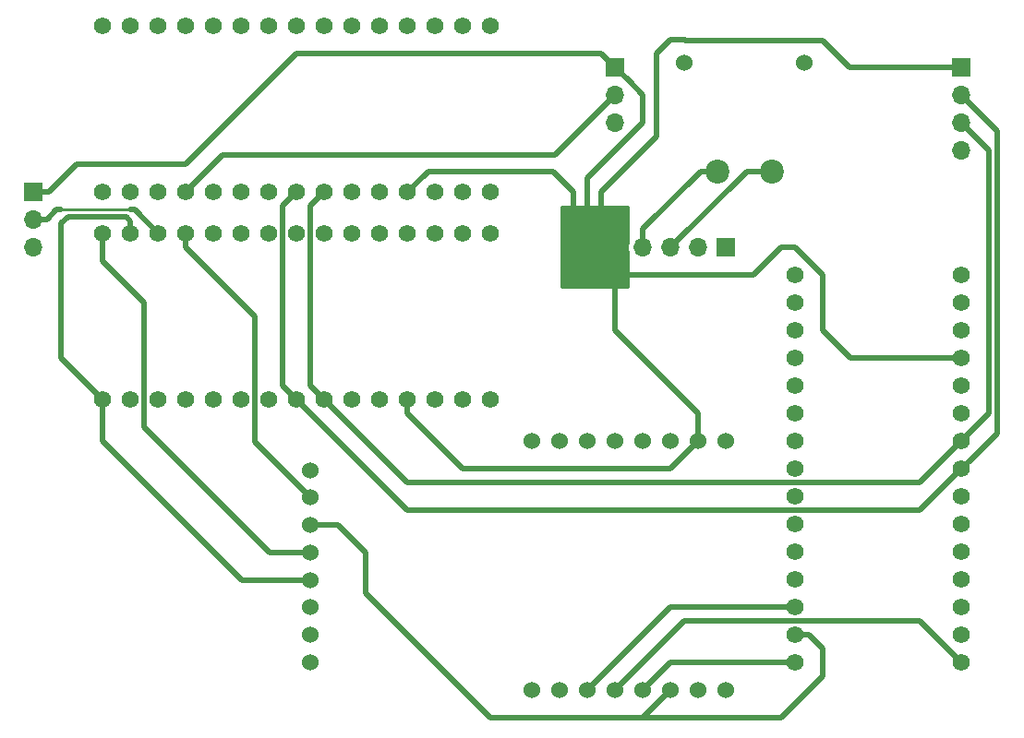
<source format=gbr>
G04 #@! TF.GenerationSoftware,KiCad,Pcbnew,(5.0.0)*
G04 #@! TF.CreationDate,2018-11-14T12:24:37-05:00*
G04 #@! TF.ProjectId,backdash,6261636B646173682E6B696361645F70,rev?*
G04 #@! TF.SameCoordinates,Original*
G04 #@! TF.FileFunction,Copper,L1,Top,Signal*
G04 #@! TF.FilePolarity,Positive*
%FSLAX46Y46*%
G04 Gerber Fmt 4.6, Leading zero omitted, Abs format (unit mm)*
G04 Created by KiCad (PCBNEW (5.0.0)) date 11/14/18 12:24:37*
%MOMM*%
%LPD*%
G01*
G04 APERTURE LIST*
G04 #@! TA.AperFunction,ComponentPad*
%ADD10O,1.700000X1.700000*%
G04 #@! TD*
G04 #@! TA.AperFunction,ComponentPad*
%ADD11R,1.700000X1.700000*%
G04 #@! TD*
G04 #@! TA.AperFunction,ComponentPad*
%ADD12C,1.574800*%
G04 #@! TD*
G04 #@! TA.AperFunction,ComponentPad*
%ADD13C,1.524000*%
G04 #@! TD*
G04 #@! TA.AperFunction,ComponentPad*
%ADD14C,2.200000*%
G04 #@! TD*
G04 #@! TA.AperFunction,Conductor*
%ADD15C,0.508000*%
G04 #@! TD*
G04 #@! TA.AperFunction,Conductor*
%ADD16C,0.250000*%
G04 #@! TD*
G04 #@! TA.AperFunction,Conductor*
%ADD17C,0.254000*%
G04 #@! TD*
G04 APERTURE END LIST*
D10*
G04 #@! TO.P,REF\002A\002A,3*
G04 #@! TO.N,/GND*
X165100000Y-44450000D03*
G04 #@! TO.P,REF\002A\002A,2*
G04 #@! TO.N,/D10*
X165100000Y-41910000D03*
D11*
G04 #@! TO.P,REF\002A\002A,1*
G04 #@! TO.N,/VCC*
X165100000Y-39370000D03*
G04 #@! TD*
D12*
G04 #@! TO.P,NANO1,30*
G04 #@! TO.N,Net-(NANO1-Pad30)*
X207010000Y-39370000D03*
G04 #@! TO.P,NANO1,1*
G04 #@! TO.N,Net-(NANO1-Pad1)*
X207010000Y-24130000D03*
G04 #@! TO.P,NANO1,29*
G04 #@! TO.N,/GND*
X204470000Y-39370000D03*
G04 #@! TO.P,NANO1,2*
G04 #@! TO.N,Net-(NANO1-Pad2)*
X204470000Y-24130000D03*
G04 #@! TO.P,NANO1,28*
G04 #@! TO.N,Net-(NANO1-Pad28)*
X201930000Y-39370000D03*
G04 #@! TO.P,NANO1,3*
G04 #@! TO.N,Net-(NANO1-Pad3)*
X201930000Y-24130000D03*
G04 #@! TO.P,NANO1,27*
G04 #@! TO.N,/VCC*
X199390000Y-39370000D03*
G04 #@! TO.P,NANO1,4*
G04 #@! TO.N,Net-(NANO1-Pad4)*
X199390000Y-24130000D03*
G04 #@! TO.P,NANO1,26*
G04 #@! TO.N,Net-(NANO1-Pad26)*
X196850000Y-39370000D03*
G04 #@! TO.P,NANO1,5*
G04 #@! TO.N,Net-(NANO1-Pad5)*
X196850000Y-24130000D03*
G04 #@! TO.P,NANO1,25*
G04 #@! TO.N,Net-(NANO1-Pad25)*
X194310000Y-39370000D03*
G04 #@! TO.P,NANO1,6*
G04 #@! TO.N,Net-(NANO1-Pad6)*
X194310000Y-24130000D03*
G04 #@! TO.P,NANO1,24*
G04 #@! TO.N,/A5*
X191770000Y-39370000D03*
G04 #@! TO.P,NANO1,7*
G04 #@! TO.N,Net-(NANO1-Pad7)*
X191770000Y-24130000D03*
G04 #@! TO.P,NANO1,23*
G04 #@! TO.N,/A4*
X189230000Y-39370000D03*
G04 #@! TO.P,NANO1,8*
G04 #@! TO.N,Net-(NANO1-Pad8)*
X189230000Y-24130000D03*
G04 #@! TO.P,NANO1,22*
G04 #@! TO.N,Net-(NANO1-Pad22)*
X186690000Y-39370000D03*
G04 #@! TO.P,NANO1,9*
G04 #@! TO.N,Net-(NANO1-Pad9)*
X186690000Y-24130000D03*
G04 #@! TO.P,NANO1,21*
G04 #@! TO.N,Net-(NANO1-Pad21)*
X184150000Y-39370000D03*
G04 #@! TO.P,NANO1,10*
G04 #@! TO.N,Net-(NANO1-Pad10)*
X184150000Y-24130000D03*
G04 #@! TO.P,NANO1,20*
G04 #@! TO.N,Net-(NANO1-Pad20)*
X181610000Y-39370000D03*
G04 #@! TO.P,NANO1,11*
G04 #@! TO.N,Net-(NANO1-Pad11)*
X181610000Y-24130000D03*
G04 #@! TO.P,NANO1,19*
G04 #@! TO.N,/A0*
X179070000Y-39370000D03*
G04 #@! TO.P,NANO1,12*
G04 #@! TO.N,Net-(NANO1-Pad12)*
X179070000Y-24130000D03*
G04 #@! TO.P,NANO1,18*
G04 #@! TO.N,Net-(NANO1-Pad18)*
X176530000Y-39370000D03*
G04 #@! TO.P,NANO1,13*
G04 #@! TO.N,Net-(NANO1-Pad13)*
X176530000Y-24130000D03*
G04 #@! TO.P,NANO1,17*
G04 #@! TO.N,Net-(NANO1-Pad17)*
X173990000Y-39370000D03*
G04 #@! TO.P,NANO1,14*
G04 #@! TO.N,Net-(NANO1-Pad14)*
X173990000Y-24130000D03*
G04 #@! TO.P,NANO1,16*
G04 #@! TO.N,Net-(NANO1-Pad16)*
X171450000Y-39370000D03*
G04 #@! TO.P,NANO1,15*
G04 #@! TO.N,Net-(NANO1-Pad15)*
X171450000Y-24130000D03*
G04 #@! TD*
G04 #@! TO.P,NANO3,15*
G04 #@! TO.N,/SDOcan*
X234950000Y-82550000D03*
G04 #@! TO.P,NANO3,16*
G04 #@! TO.N,/SCK*
X250190000Y-82550000D03*
G04 #@! TO.P,NANO3,14*
G04 #@! TO.N,/SDI*
X234950000Y-80010000D03*
G04 #@! TO.P,NANO3,17*
G04 #@! TO.N,Net-(NANO3-Pad17)*
X250190000Y-80010000D03*
G04 #@! TO.P,NANO3,13*
G04 #@! TO.N,/CScan*
X234950000Y-77470000D03*
G04 #@! TO.P,NANO3,18*
G04 #@! TO.N,Net-(NANO3-Pad18)*
X250190000Y-77470000D03*
G04 #@! TO.P,NANO3,12*
G04 #@! TO.N,Net-(NANO3-Pad12)*
X234950000Y-74930000D03*
G04 #@! TO.P,NANO3,19*
G04 #@! TO.N,Net-(NANO3-Pad19)*
X250190000Y-74930000D03*
G04 #@! TO.P,NANO3,11*
G04 #@! TO.N,Net-(NANO3-Pad11)*
X234950000Y-72390000D03*
G04 #@! TO.P,NANO3,20*
G04 #@! TO.N,Net-(NANO3-Pad20)*
X250190000Y-72390000D03*
G04 #@! TO.P,NANO3,10*
G04 #@! TO.N,Net-(NANO3-Pad10)*
X234950000Y-69850000D03*
G04 #@! TO.P,NANO3,21*
G04 #@! TO.N,Net-(NANO3-Pad21)*
X250190000Y-69850000D03*
G04 #@! TO.P,NANO3,9*
G04 #@! TO.N,Net-(NANO3-Pad9)*
X234950000Y-67310000D03*
G04 #@! TO.P,NANO3,22*
G04 #@! TO.N,Net-(NANO3-Pad22)*
X250190000Y-67310000D03*
G04 #@! TO.P,NANO3,8*
G04 #@! TO.N,Net-(NANO3-Pad8)*
X234950000Y-64770000D03*
G04 #@! TO.P,NANO3,23*
G04 #@! TO.N,/A4*
X250190000Y-64770000D03*
G04 #@! TO.P,NANO3,7*
G04 #@! TO.N,Net-(NANO3-Pad7)*
X234950000Y-62230000D03*
G04 #@! TO.P,NANO3,24*
G04 #@! TO.N,/A5*
X250190000Y-62230000D03*
G04 #@! TO.P,NANO3,6*
G04 #@! TO.N,Net-(NANO3-Pad6)*
X234950000Y-59690000D03*
G04 #@! TO.P,NANO3,25*
G04 #@! TO.N,Net-(NANO3-Pad25)*
X250190000Y-59690000D03*
G04 #@! TO.P,NANO3,5*
G04 #@! TO.N,Net-(NANO3-Pad5)*
X234950000Y-57150000D03*
G04 #@! TO.P,NANO3,26*
G04 #@! TO.N,Net-(NANO3-Pad26)*
X250190000Y-57150000D03*
G04 #@! TO.P,NANO3,4*
G04 #@! TO.N,Net-(NANO3-Pad4)*
X234950000Y-54610000D03*
G04 #@! TO.P,NANO3,27*
G04 #@! TO.N,/VCC*
X250190000Y-54610000D03*
G04 #@! TO.P,NANO3,3*
G04 #@! TO.N,Net-(NANO3-Pad3)*
X234950000Y-52070000D03*
G04 #@! TO.P,NANO3,28*
G04 #@! TO.N,Net-(NANO3-Pad28)*
X250190000Y-52070000D03*
G04 #@! TO.P,NANO3,2*
G04 #@! TO.N,Net-(NANO3-Pad2)*
X234950000Y-49530000D03*
G04 #@! TO.P,NANO3,29*
G04 #@! TO.N,/GND*
X250190000Y-49530000D03*
G04 #@! TO.P,NANO3,1*
G04 #@! TO.N,Net-(NANO3-Pad1)*
X234950000Y-46990000D03*
G04 #@! TO.P,NANO3,30*
G04 #@! TO.N,Net-(NANO3-Pad30)*
X250190000Y-46990000D03*
G04 #@! TD*
G04 #@! TO.P,NANO2,30*
G04 #@! TO.N,Net-(NANO2-Pad30)*
X207010000Y-58420000D03*
G04 #@! TO.P,NANO2,1*
G04 #@! TO.N,Net-(NANO2-Pad1)*
X207010000Y-43180000D03*
G04 #@! TO.P,NANO2,29*
G04 #@! TO.N,/GND*
X204470000Y-58420000D03*
G04 #@! TO.P,NANO2,2*
G04 #@! TO.N,Net-(NANO2-Pad2)*
X204470000Y-43180000D03*
G04 #@! TO.P,NANO2,28*
G04 #@! TO.N,Net-(NANO2-Pad28)*
X201930000Y-58420000D03*
G04 #@! TO.P,NANO2,3*
G04 #@! TO.N,Net-(NANO2-Pad3)*
X201930000Y-43180000D03*
G04 #@! TO.P,NANO2,27*
G04 #@! TO.N,/VCC*
X199390000Y-58420000D03*
G04 #@! TO.P,NANO2,4*
G04 #@! TO.N,Net-(NANO2-Pad4)*
X199390000Y-43180000D03*
G04 #@! TO.P,NANO2,26*
G04 #@! TO.N,Net-(NANO2-Pad26)*
X196850000Y-58420000D03*
G04 #@! TO.P,NANO2,5*
G04 #@! TO.N,Net-(NANO2-Pad5)*
X196850000Y-43180000D03*
G04 #@! TO.P,NANO2,25*
G04 #@! TO.N,Net-(NANO2-Pad25)*
X194310000Y-58420000D03*
G04 #@! TO.P,NANO2,6*
G04 #@! TO.N,Net-(NANO2-Pad6)*
X194310000Y-43180000D03*
G04 #@! TO.P,NANO2,24*
G04 #@! TO.N,/A5*
X191770000Y-58420000D03*
G04 #@! TO.P,NANO2,7*
G04 #@! TO.N,Net-(NANO2-Pad7)*
X191770000Y-43180000D03*
G04 #@! TO.P,NANO2,23*
G04 #@! TO.N,/A4*
X189230000Y-58420000D03*
G04 #@! TO.P,NANO2,8*
G04 #@! TO.N,Net-(NANO2-Pad8)*
X189230000Y-43180000D03*
G04 #@! TO.P,NANO2,22*
G04 #@! TO.N,Net-(NANO2-Pad22)*
X186690000Y-58420000D03*
G04 #@! TO.P,NANO2,9*
G04 #@! TO.N,Net-(NANO2-Pad9)*
X186690000Y-43180000D03*
G04 #@! TO.P,NANO2,21*
G04 #@! TO.N,Net-(NANO2-Pad21)*
X184150000Y-58420000D03*
G04 #@! TO.P,NANO2,10*
G04 #@! TO.N,Net-(NANO2-Pad10)*
X184150000Y-43180000D03*
G04 #@! TO.P,NANO2,20*
G04 #@! TO.N,Net-(NANO2-Pad20)*
X181610000Y-58420000D03*
G04 #@! TO.P,NANO2,11*
G04 #@! TO.N,Net-(NANO2-Pad11)*
X181610000Y-43180000D03*
G04 #@! TO.P,NANO2,19*
G04 #@! TO.N,Net-(NANO2-Pad19)*
X179070000Y-58420000D03*
G04 #@! TO.P,NANO2,12*
G04 #@! TO.N,/CSrtd*
X179070000Y-43180000D03*
G04 #@! TO.P,NANO2,18*
G04 #@! TO.N,Net-(NANO2-Pad18)*
X176530000Y-58420000D03*
G04 #@! TO.P,NANO2,13*
G04 #@! TO.N,/D10*
X176530000Y-43180000D03*
G04 #@! TO.P,NANO2,17*
G04 #@! TO.N,Net-(NANO2-Pad17)*
X173990000Y-58420000D03*
G04 #@! TO.P,NANO2,14*
G04 #@! TO.N,/CLK*
X173990000Y-43180000D03*
G04 #@! TO.P,NANO2,16*
X171450000Y-58420000D03*
G04 #@! TO.P,NANO2,15*
G04 #@! TO.N,/SDOrtd*
X171450000Y-43180000D03*
G04 #@! TD*
D10*
G04 #@! TO.P,BUCK1,5*
G04 #@! TO.N,/VCC*
X218440000Y-44450000D03*
G04 #@! TO.P,BUCK1,3*
G04 #@! TO.N,/IN*
X223520000Y-44450000D03*
D11*
G04 #@! TO.P,BUCK1,1*
G04 #@! TO.N,Net-(BUCK1-Pad1)*
X228600000Y-44450000D03*
D10*
G04 #@! TO.P,BUCK1,4*
G04 #@! TO.N,/GND*
X220980000Y-44450000D03*
G04 #@! TO.P,BUCK1,2*
G04 #@! TO.N,Net-(BUCK1-Pad2)*
X226060000Y-44450000D03*
G04 #@! TD*
D13*
G04 #@! TO.P,CAN1,8*
G04 #@! TO.N,Net-(CAN1-Pad8)*
X210820000Y-85090000D03*
G04 #@! TO.P,CAN1,7*
G04 #@! TO.N,Net-(CAN1-Pad7)*
X213360000Y-85090000D03*
G04 #@! TO.P,CAN1,6*
G04 #@! TO.N,/CScan*
X215900000Y-85090000D03*
G04 #@! TO.P,CAN1,5*
G04 #@! TO.N,/SCK*
X218440000Y-85090000D03*
G04 #@! TO.P,CAN1,4*
G04 #@! TO.N,/SDOcan*
X220980000Y-85090000D03*
G04 #@! TO.P,CAN1,3*
G04 #@! TO.N,/SDI*
X223520000Y-85090000D03*
G04 #@! TO.P,CAN1,2*
G04 #@! TO.N,/3V3*
X226060000Y-85090000D03*
G04 #@! TO.P,CAN1,1*
G04 #@! TO.N,Net-(CAN1-Pad1)*
X228600000Y-85090000D03*
G04 #@! TO.P,CAN1,9*
G04 #@! TO.N,Net-(CAN1-Pad9)*
X210820000Y-62230000D03*
G04 #@! TO.P,CAN1,10*
G04 #@! TO.N,Net-(CAN1-Pad10)*
X213360000Y-62230000D03*
G04 #@! TO.P,CAN1,11*
G04 #@! TO.N,Net-(CAN1-Pad11)*
X215900000Y-62230000D03*
G04 #@! TO.P,CAN1,12*
G04 #@! TO.N,Net-(CAN1-Pad12)*
X218440000Y-62230000D03*
G04 #@! TO.P,CAN1,13*
G04 #@! TO.N,Net-(CAN1-Pad13)*
X220980000Y-62230000D03*
G04 #@! TO.P,CAN1,14*
G04 #@! TO.N,Net-(CAN1-Pad14)*
X223520000Y-62230000D03*
G04 #@! TO.P,CAN1,15*
G04 #@! TO.N,/VCC*
X226060000Y-62230000D03*
G04 #@! TO.P,CAN1,16*
G04 #@! TO.N,/GND*
X228600000Y-62230000D03*
G04 #@! TD*
G04 #@! TO.P,RTD1,1*
G04 #@! TO.N,/VIN*
X190500000Y-82550000D03*
G04 #@! TO.P,RTD1,2*
G04 #@! TO.N,/GND*
X190500000Y-80030000D03*
G04 #@! TO.P,RTD1,3*
G04 #@! TO.N,Net-(RTD1-Pad3)*
X190500000Y-77510000D03*
G04 #@! TO.P,RTD1,4*
G04 #@! TO.N,/CLK*
X190500000Y-74990000D03*
G04 #@! TO.P,RTD1,5*
G04 #@! TO.N,/SDOrtd*
X190500000Y-72470000D03*
G04 #@! TO.P,RTD1,6*
G04 #@! TO.N,/SDI*
X190500000Y-69950000D03*
G04 #@! TO.P,RTD1,7*
G04 #@! TO.N,/CSrtd*
X190500000Y-67430000D03*
G04 #@! TO.P,RTD1,8*
G04 #@! TO.N,Net-(RTD1-Pad8)*
X190500000Y-64910000D03*
G04 #@! TD*
D11*
G04 #@! TO.P,REF\002A\002A,1*
G04 #@! TO.N,/VCC*
X218440000Y-27940000D03*
D10*
G04 #@! TO.P,REF\002A\002A,2*
G04 #@! TO.N,/A0*
X218440000Y-30480000D03*
G04 #@! TO.P,REF\002A\002A,3*
G04 #@! TO.N,/GND*
X218440000Y-33020000D03*
G04 #@! TD*
D11*
G04 #@! TO.P,REF\002A\002A,1*
G04 #@! TO.N,/VCC*
X250190000Y-27940000D03*
D10*
G04 #@! TO.P,REF\002A\002A,2*
G04 #@! TO.N,/A4*
X250190000Y-30480000D03*
G04 #@! TO.P,REF\002A\002A,3*
G04 #@! TO.N,/A5*
X250190000Y-33020000D03*
G04 #@! TO.P,REF\002A\002A,4*
G04 #@! TO.N,/GND*
X250190000Y-35560000D03*
G04 #@! TD*
D14*
G04 #@! TO.P,REF\002A\002A,2*
G04 #@! TO.N,/IN*
X232790000Y-37500000D03*
G04 #@! TO.P,REF\002A\002A,1*
G04 #@! TO.N,/GND*
X227790000Y-37500000D03*
D13*
G04 #@! TO.P,REF\002A\002A,3*
G04 #@! TO.N,N/C*
X235790000Y-27500000D03*
G04 #@! TO.P,REF\002A\002A,4*
X224790000Y-27500000D03*
G04 #@! TD*
D15*
G04 #@! TO.N,/GND*
X220980000Y-43247919D02*
X220980000Y-44450000D01*
X220980000Y-42754366D02*
X220980000Y-43247919D01*
X226234366Y-37500000D02*
X220980000Y-42754366D01*
X227790000Y-37500000D02*
X226234366Y-37500000D01*
G04 #@! TO.N,/VCC*
X217170000Y-43180000D02*
X218440000Y-44450000D01*
X199390000Y-59690000D02*
X199390000Y-58420000D01*
X204470000Y-64770000D02*
X199390000Y-59690000D01*
X223520000Y-64770000D02*
X204470000Y-64770000D01*
X217170000Y-41910000D02*
X217170000Y-43180000D01*
X218440000Y-41910000D02*
X218440000Y-44450000D01*
X223520000Y-64770000D02*
X226060000Y-62230000D01*
X226060000Y-59690000D02*
X226060000Y-62230000D01*
X218440000Y-52070000D02*
X226060000Y-59690000D01*
X218440000Y-46990000D02*
X218440000Y-52070000D01*
X231140000Y-46990000D02*
X218440000Y-46990000D01*
X233680000Y-44450000D02*
X231140000Y-46990000D01*
X218440000Y-27940000D02*
X219744001Y-29244001D01*
X219744001Y-29244001D02*
X220980000Y-30480000D01*
X220980000Y-30480000D02*
X220980000Y-33020000D01*
X220980000Y-33020000D02*
X215900000Y-38100000D01*
X215900000Y-38100000D02*
X215900000Y-41910000D01*
X247650000Y-27940000D02*
X241300000Y-27940000D01*
X239942000Y-27940000D02*
X237490000Y-25488000D01*
X241300000Y-27940000D02*
X239942000Y-27940000D01*
X237490000Y-25488000D02*
X224878000Y-25488000D01*
X224878000Y-25488000D02*
X224790000Y-25400000D01*
X224790000Y-25400000D02*
X223520000Y-25400000D01*
X223520000Y-25400000D02*
X222250000Y-26670000D01*
X222250000Y-26670000D02*
X222250000Y-34290000D01*
X222250000Y-34290000D02*
X218440000Y-38100000D01*
X218440000Y-38100000D02*
X217170000Y-39370000D01*
X217170000Y-39370000D02*
X217170000Y-41910000D01*
X233680000Y-44450000D02*
X234950000Y-44450000D01*
X234950000Y-44450000D02*
X237490000Y-46990000D01*
X237490000Y-46990000D02*
X237490000Y-52070000D01*
X237490000Y-52070000D02*
X240030000Y-54610000D01*
X240030000Y-54610000D02*
X250190000Y-54610000D01*
X189230000Y-26670000D02*
X217170000Y-26670000D01*
X179070000Y-36830000D02*
X189230000Y-26670000D01*
X217170000Y-26670000D02*
X218440000Y-27940000D01*
X168998000Y-36830000D02*
X179070000Y-36830000D01*
X165100000Y-39370000D02*
X166458000Y-39370000D01*
X166458000Y-39370000D02*
X168998000Y-36830000D01*
X201260000Y-37500000D02*
X199390000Y-39370000D01*
X212760000Y-37500000D02*
X201260000Y-37500000D01*
X214630000Y-41910000D02*
X214630000Y-39370000D01*
X214630000Y-39370000D02*
X212760000Y-37500000D01*
X250190000Y-27940000D02*
X247650000Y-27940000D01*
G04 #@! TO.N,/A5*
X191770000Y-39370000D02*
X190500000Y-40640000D01*
X190500000Y-40640000D02*
X190500000Y-57150000D01*
X190500000Y-57150000D02*
X191770000Y-58420000D01*
X246380000Y-66040000D02*
X250190000Y-62230000D01*
X191770000Y-58420000D02*
X194310000Y-60960000D01*
X201930000Y-66040000D02*
X246380000Y-66040000D01*
X201930000Y-66040000D02*
X199390000Y-66040000D01*
X199390000Y-66040000D02*
X194310000Y-60960000D01*
X252730000Y-35560000D02*
X250190000Y-33020000D01*
X250190000Y-62230000D02*
X252730000Y-59690000D01*
X252730000Y-59690000D02*
X252730000Y-35560000D01*
G04 #@! TO.N,/A4*
X189230000Y-39370000D02*
X187960000Y-40640000D01*
X187960000Y-40640000D02*
X187960000Y-57150000D01*
X187960000Y-57150000D02*
X189230000Y-58420000D01*
X193040000Y-62230000D02*
X189230000Y-58420000D01*
X199390000Y-68580000D02*
X193040000Y-62230000D01*
X250190000Y-64770000D02*
X246380000Y-68580000D01*
X246380000Y-68580000D02*
X199390000Y-68580000D01*
X250977399Y-63982601D02*
X250190000Y-64770000D01*
X253438010Y-61521990D02*
X250977399Y-63982601D01*
X253438010Y-45011990D02*
X253438010Y-61521990D01*
X253470990Y-44979010D02*
X253438010Y-45011990D01*
X253470990Y-33760990D02*
X250190000Y-30480000D01*
X253470990Y-36830000D02*
X253470990Y-33760990D01*
X253470990Y-36830000D02*
X253470990Y-44979010D01*
X253470990Y-36300990D02*
X253470990Y-36830000D01*
G04 #@! TO.N,/A0*
X182440000Y-36000000D02*
X179070000Y-39370000D01*
X218440000Y-30480000D02*
X212920000Y-36000000D01*
X212920000Y-36000000D02*
X182440000Y-36000000D01*
D16*
G04 #@! TO.N,/D10*
X173990000Y-41021000D02*
X167640000Y-41021000D01*
X166370000Y-41910000D02*
X165100000Y-41910000D01*
D15*
X174371000Y-41021000D02*
X173990000Y-41021000D01*
X176530000Y-43180000D02*
X174371000Y-41021000D01*
X167191081Y-41021000D02*
X167640000Y-41021000D01*
X166302081Y-41910000D02*
X167191081Y-41021000D01*
X165100000Y-41910000D02*
X166302081Y-41910000D01*
G04 #@! TO.N,/CLK*
X184210000Y-74990000D02*
X171450000Y-62230000D01*
X171450000Y-62230000D02*
X171450000Y-58420000D01*
X190500000Y-74990000D02*
X184210000Y-74990000D01*
X173990000Y-42066449D02*
X173990000Y-43180000D01*
X173579551Y-41656000D02*
X173990000Y-42066449D01*
X168275000Y-41656000D02*
X173579551Y-41656000D01*
X167640000Y-42291000D02*
X168275000Y-41656000D01*
X167640000Y-54610000D02*
X167640000Y-42291000D01*
X171450000Y-58420000D02*
X167640000Y-54610000D01*
G04 #@! TO.N,/SDI*
X234950000Y-80010000D02*
X236220000Y-80010000D01*
X236220000Y-80010000D02*
X237490000Y-81280000D01*
X237490000Y-81280000D02*
X237490000Y-83820000D01*
X233680000Y-87630000D02*
X221981276Y-87630000D01*
X237490000Y-83820000D02*
X233680000Y-87630000D01*
X223520000Y-85090000D02*
X220980000Y-87630000D01*
X221981276Y-87630000D02*
X220980000Y-87630000D01*
X193040000Y-69950000D02*
X190500000Y-69950000D01*
X195580000Y-72490000D02*
X193040000Y-69950000D01*
X195580000Y-76200000D02*
X195580000Y-72490000D01*
X220980000Y-87630000D02*
X207010000Y-87630000D01*
X207010000Y-87630000D02*
X195580000Y-76200000D01*
G04 #@! TO.N,/SCK*
X246380000Y-78740000D02*
X250190000Y-82550000D01*
X224790000Y-78740000D02*
X218440000Y-85090000D01*
X246380000Y-78740000D02*
X224790000Y-78740000D01*
G04 #@! TO.N,/IN*
X230470000Y-37500000D02*
X223520000Y-44450000D01*
X232790000Y-37500000D02*
X230470000Y-37500000D01*
G04 #@! TO.N,/CSrtd*
X185420000Y-62350000D02*
X190500000Y-67430000D01*
X185420000Y-50800000D02*
X185420000Y-62350000D01*
X179070000Y-43180000D02*
X179070000Y-44450000D01*
X179070000Y-44450000D02*
X185420000Y-50800000D01*
G04 #@! TO.N,/SDOrtd*
X186770000Y-72470000D02*
X175260000Y-60960000D01*
X175260000Y-60960000D02*
X175260000Y-49530000D01*
X171450000Y-45720000D02*
X171450000Y-43180000D01*
X175260000Y-49530000D02*
X171450000Y-45720000D01*
X190500000Y-72470000D02*
X186770000Y-72470000D01*
G04 #@! TO.N,/SDOcan*
X223520000Y-82550000D02*
X220980000Y-85090000D01*
X234950000Y-82550000D02*
X223520000Y-82550000D01*
G04 #@! TO.N,/CScan*
X223520000Y-77470000D02*
X215900000Y-85090000D01*
X234950000Y-77470000D02*
X223520000Y-77470000D01*
G04 #@! TD*
D17*
G04 #@! TO.N,/VCC*
G36*
X219583000Y-43867830D02*
X219581161Y-43870582D01*
X219465908Y-44450000D01*
X219581161Y-45029418D01*
X219583000Y-45032170D01*
X219583000Y-48133000D01*
X213487000Y-48133000D01*
X213487000Y-40767000D01*
X219583000Y-40767000D01*
X219583000Y-43867830D01*
X219583000Y-43867830D01*
G37*
X219583000Y-43867830D02*
X219581161Y-43870582D01*
X219465908Y-44450000D01*
X219581161Y-45029418D01*
X219583000Y-45032170D01*
X219583000Y-48133000D01*
X213487000Y-48133000D01*
X213487000Y-40767000D01*
X219583000Y-40767000D01*
X219583000Y-43867830D01*
G04 #@! TD*
M02*

</source>
